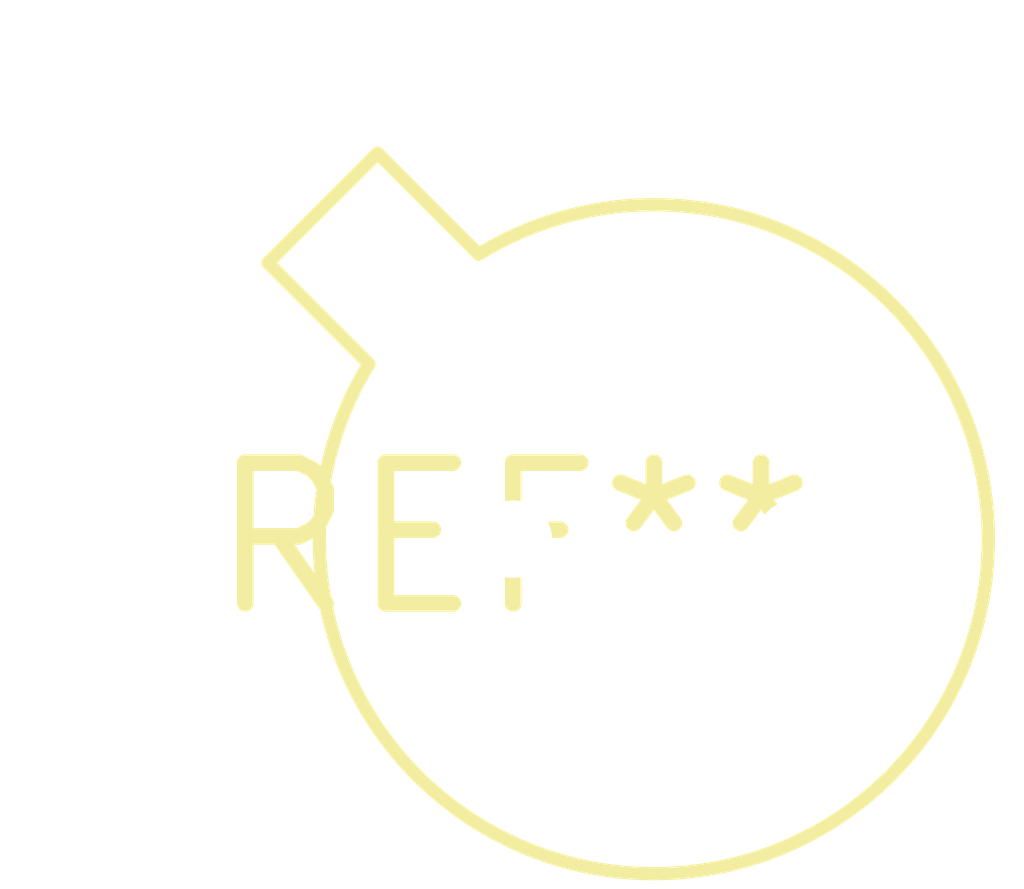
<source format=kicad_pcb>
(kicad_pcb (version 20240108) (generator pcbnew)
  (layers (0 "F.Cu" signal) (31 "B.Cu" signal) (34 "B.Paste" user) (35 "F.Paste" user) (36 "B.SilkS" user "B.Silkscreen") (37 "F.SilkS" user "F.Silkscreen") (38 "B.Mask" user) (39 "F.Mask" user) (44 "Edge.Cuts" user))
  (net 0 "")
  (footprint "TO-52-2" (layer "F.Cu") (at 0 0)
    (property "Reference" "REF**")
    (property "Value" "TO-52-2")
    (fp_line (start -2.214448 -2.494499) (end -1.302281 -1.582331) (layer "F.SilkS") (stroke (width 0.12)))
    (fp_line (start -1.224499 -3.484448) (end -2.214448 -2.494499) (layer "F.SilkS") (stroke (width 0.12)))
    (fp_line (start -0.312331 -2.572281) (end -1.224499 -3.484448) (layer "F.SilkS") (stroke (width 0.12)))
    (fp_arc (start -0.312331 -2.572281) (mid 3.405374 2.135551) (end -1.30215 -1.582544) (layer "F.SilkS") (stroke (width 0.12)))
    (pad "1" thru_hole oval (at 0 0) (size 1.6 1.2) (drill 0.7) (layers *.Cu *.Mask) (remove_unused_layers))
    (pad "2" thru_hole oval (at 2.54 0) (size 1.2 1.2) (drill 0.7) (layers *.Cu *.Mask) (remove_unused_layers))
  )
)
</source>
